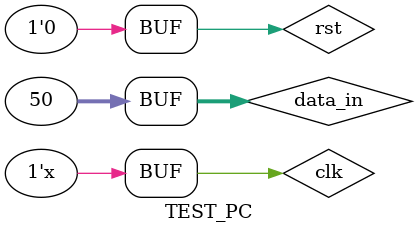
<source format=v>
`timescale 1ns / 1ps


module TEST_PC;

	// Inputs
	reg clk;
	reg rst;
	reg [31:0] data_in;

	// Outputs
	wire [31:0] data_out;

	// Instantiate the Unit Under Test (UUT)
	PC uut (
		.clk(clk), 
		.rst(rst), 
		.data_in(data_in), 
		.data_out(data_out)
	);

	initial begin
		// Initialize Inputs
		clk = 0;
		rst = 0;
		data_in = 0;

		// Wait 100 ns for global reset to finish
		#100;
      data_in = 100; 
		#30;
		data_in = 50;
		// Add stimulus here
	end

		always begin
			clk = ~clk;
			#50;
		end      
endmodule


</source>
